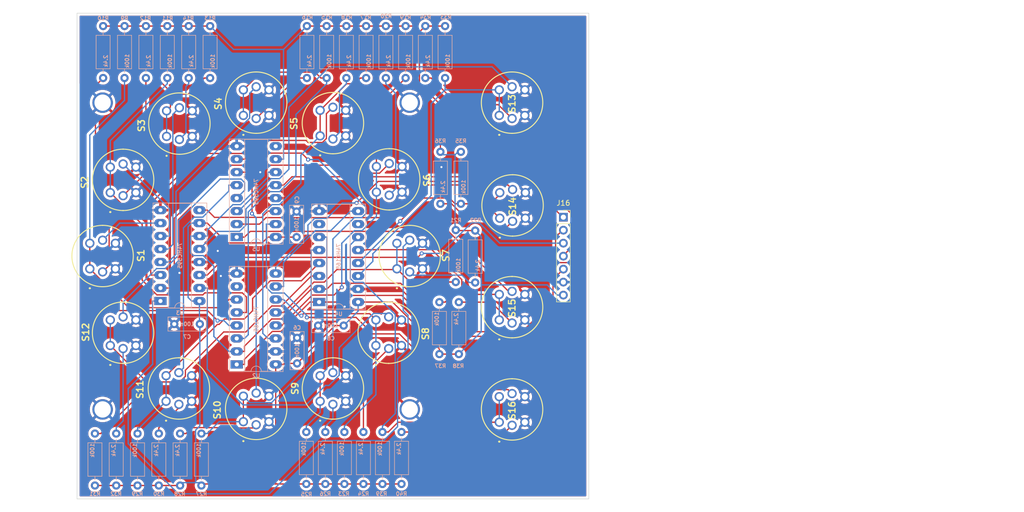
<source format=kicad_pcb>
(kicad_pcb (version 20211014) (generator pcbnew)
  (layers (0 "F.Cu" signal) (31 "B.Cu" signal) (34 "B.Paste" user) (35 "F.Paste" user) (36 "B.SilkS" user "B.Silkscreen") (37 "F.SilkS" user "F.Silkscreen") (38 "B.Mask" user) (39 "F.Mask" user) (44 "Edge.Cuts" user))
  (net 0 "")
  (net 1 "GND")
  (net 2 "Net-(R10-Pad2)")
  (net 3 "Net-(R12-Pad2)")
  (net 4 "Net-(R14-Pad2)")
  (net 5 "Net-(R16-Pad2)")
  (net 6 "Net-(R18-Pad2)")
  (net 7 "+5V_1")
  (net 8 "Net-(R20-Pad2)")
  (net 9 "Net-(R22-Pad2)")
  (net 10 "Net-(R24-Pad2)")
  (net 11 "/SLI_F")
  (net 12 "/SCL_F")
  (net 13 "/SLO_F")
  (net 14 "/SDO_F")
  (net 15 "/SDI_F")
  (net 16 "/SW1")
  (net 17 "/SW2")
  (net 18 "/SW3")
  (net 19 "/SW4")
  (net 20 "/SW5")
  (net 21 "/SW6")
  (net 22 "/SW7")
  (net 23 "/SW8")
  (net 24 "/SW9")
  (net 25 "Net-(R26-Pad2)")
  (net 26 "/SW10")
  (net 27 "Net-(R28-Pad2)")
  (net 28 "/SW11")
  (net 29 "Net-(R30-Pad2)")
  (net 30 "/SW12")
  (net 31 "Net-(R32-Pad2)")
  (net 32 "/SW13")
  (net 33 "Net-(R34-Pad2)")
  (net 34 "/SW14")
  (net 35 "Net-(R36-Pad2)")
  (net 36 "/SW15")
  (net 37 "Net-(R38-Pad2)")
  (net 38 "/SW16")
  (net 39 "Net-(R40-Pad2)")
  (net 40 "/LD1")
  (net 41 "/LD2")
  (net 42 "/LD3")
  (net 43 "/LD4")
  (net 44 "/LD5")
  (net 45 "/LD6")
  (net 46 "/LD7")
  (net 47 "/LD8")
  (net 48 "/LD9")
  (net 49 "/LD10")
  (net 50 "/LD11")
  (net 51 "/LD12")
  (net 52 "/LD13")
  (net 53 "/LD14")
  (net 54 "/LD15")
  (net 55 "/LD16")
  (net 56 "Net-(U2-Pad10)")
  (net 58 "Net-(U3-Pad9)")
  (footprint "Kosmo_panel:Kosmo_Panel_Mounting_Hole" (layer "F.Cu") (at 70 130)
    (fp_text reference "H2" hide)
    (fp_text value "Mounting_Hole" hide)
  )
  (footprint "ao_tht:D6R" (layer "F.Cu") (at 71.5 117.5 90)
    (fp_text reference "S12")
    (fp_text value "D6R" hide)
  )
  (footprint "ao_tht:D6R" (layer "F.Cu") (at 147.5 72.5 90)
    (fp_text reference "S13")
    (fp_text value "D6R" hide)
  )
  (footprint "ao_tht:D6R" (layer "F.Cu") (at 123.4 117.5 90)
    (fp_text reference "S8")
    (fp_text value "D6R" hide)
  )
  (footprint "ao_tht:D6R" (layer "F.Cu") (at 123.5 87.5 90)
    (fp_text reference "S6")
    (fp_text value "D6R" hide)
  )
  (footprint "ao_tht:D6R" (layer "F.Cu") (at 97.5 72.5 90)
    (fp_text reference "S4")
    (fp_text value "D6R" hide)
  )
  (footprint "Connector_PinSocket_2.54mm:PinSocket_1x07_P2.54mm_Vertical" (layer "F.Cu") (at 160.025 92.4)
    (fp_text reference "J16")
    (fp_text value "Conn_01x07_Female")
  )
  (footprint "Kosmo_panel:Kosmo_Panel_Mounting_Hole" (layer "F.Cu") (at 130 70)
    (fp_text reference "H4" hide)
    (fp_text value "Mounting_Hole" hide)
  )
  (footprint "ao_tht:D6R" (layer "F.Cu") (at 71.5 87.6 90)
    (fp_text reference "S2")
    (fp_text value "D6R" hide)
  )
  (footprint "ao_tht:D6R" (layer "F.Cu") (at 82.5 76.6 90)
    (fp_text reference "S3")
    (fp_text value "D6R" hide)
  )
  (footprint "ao_tht:D6R" (layer "F.Cu") (at 127.5 102.5 90)
    (fp_text reference "S7")
    (fp_text value "D6R" hide)
  )
  (footprint "ao_tht:D6R" (layer "F.Cu") (at 97.5 132.4 90)
    (fp_text reference "S10")
    (fp_text value "D6R" hide)
  )
  (footprint "ao_tht:D6R" (layer "F.Cu") (at 147.5 132.5 90)
    (fp_text reference "S16")
    (fp_text value "D6R" hide)
  )
  (footprint "ao_tht:D6R" (layer "F.Cu") (at 67.5 102.5 90)
    (fp_text reference "S1")
    (fp_text value "D6R" hide)
  )
  (footprint "Kosmo_panel:Kosmo_Panel_Mounting_Hole" (layer "F.Cu") (at 130 130)
    (fp_text reference "H3" hide)
    (fp_text value "Mounting_Hole" hide)
  )
  (footprint "Kosmo_panel:Kosmo_Panel_Mounting_Hole" (layer "F.Cu") (at 70 70)
    (fp_text reference "H1" hide)
    (fp_text value "Mounting_Hole" hide)
  )
  (footprint "ao_tht:D6R" (layer "F.Cu") (at 147.6 92.6 90)
    (fp_text reference "S14")
    (fp_text value "D6R" hide)
  )
  (footprint "ao_tht:D6R" (layer "F.Cu") (at 147.5 112.5 90)
    (fp_text reference "S15")
    (fp_text value "D6R" hide)
  )
  (footprint "ao_tht:D6R" (layer "F.Cu") (at 112.5 128.4 90)
    (fp_text reference "S9")
    (fp_text value "D6R" hide)
  )
  (footprint "ao_tht:D6R" (layer "F.Cu") (at 112.5 76.5 90)
    (fp_text reference "S5")
    (fp_text value "D6R" hide)
  )
  (footprint "ao_tht:D6R" (layer "F.Cu") (at 82.4 128.4 90)
    (fp_text reference "S11")
    (fp_text value "D6R" hide)
  )
  (footprint "ao_tht:R_Axial_DIN0207_L6.3mm_D2.5mm_P10.16mm_Horizontal" (layer "B.Cu") (at 113.52 144.58 90)
    (fp_text reference "R26")
    (fp_text value "2.4k" hide)
  )
  (footprint "ao_tht:C_Rect_L7.2mm_W2.5mm_P5.00mm_FKS2_FKP2_MKS2_MKP2" (layer "B.Cu") (at 112.1 113.6)
    (fp_text reference "C8")
    (fp_text value "100n")
  )
  (footprint "ao_tht:R_Axial_DIN0207_L6.3mm_D2.5mm_P10.16mm_Horizontal" (layer "B.Cu") (at 136.9143 55.02 -90)
    (fp_text reference "R33")
    (fp_text value "100k" hide)
  )
  (footprint "ao_tht:R_Axial_DIN0207_L6.3mm_D2.5mm_P10.16mm_Horizontal" (layer "B.Cu") (at 142.8 95.02 -90)
    (fp_text reference "R22")
    (fp_text value "2.4k" hide)
  )
  (footprint "ao_tht:R_Axial_DIN0207_L6.3mm_D2.5mm_P10.16mm_Horizontal" (layer "B.Cu") (at 129.2 55.02 -90)
    (fp_text reference "R19")
    (fp_text value "100k" hide)
  )
  (footprint "ao_tht:R_Axial_DIN0207_L6.3mm_D2.5mm_P10.16mm_Horizontal" (layer "B.Cu") (at 117.6286 55.02 -90)
    (fp_text reference "R18")
    (fp_text value "2.4k" hide)
  )
  (footprint "ao_tht:DIP-16_W7.62mm_Socket_LongPads" (layer "B.Cu") (at 81.3 108.8)
    (fp_text reference "U3")
    (fp_text value "74HC595")
  )
  (footprint "ao_tht:R_Axial_DIN0207_L6.3mm_D2.5mm_P10.16mm_Horizontal" (layer "B.Cu") (at 121.4857 55.02 -90)
    (fp_text reference "R17")
    (fp_text value "100k" hide)
  )
  (footprint "ao_tht:R_Axial_DIN0207_L6.3mm_D2.5mm_P10.16mm_Horizontal" (layer "B.Cu") (at 133.0571 55.02 -90)
    (fp_text reference "R34")
    (fp_text value "2.4k" hide)
  )
  (footprint "ao_tht:R_Axial_DIN0207_L6.3mm_D2.5mm_P10.16mm_Horizontal" (layer "B.Cu") (at 89.3 144.88 90)
    (fp_text reference "R27")
    (fp_text value "100k" hide)
  )
  (footprint "ao_tht:R_Axial_DIN0207_L6.3mm_D2.5mm_P10.16mm_Horizontal" (layer "B.Cu") (at 86.82 55.02 -90)
    (fp_text reference "R14")
    (fp_text value "2.4k" hide)
  )
  (footprint "ao_tht:R_Axial_DIN0207_L6.3mm_D2.5mm_P10.16mm_Horizontal" (layer "B.Cu") (at 124.68 144.58 90)
    (fp_text reference "R39")
    (fp_text value "100k" hide)
  )
  (footprint "ao_tht:R_Axial_DIN0207_L6.3mm_D2.5mm_P10.16mm_Horizontal" (layer "B.Cu") (at 72.66 144.88 90)
    (fp_text reference "R32")
    (fp_text value "2.4k" hide)
  )
  (footprint "ao_tht:R_Axial_DIN0207_L6.3mm_D2.5mm_P10.16mm_Horizontal" (layer "B.Cu") (at 80.98 144.88 90)
    (fp_text reference "R30")
    (fp_text value "2.4k" hide)
  )
  (footprint "ao_tht:R_Axial_DIN0207_L6.3mm_D2.5mm_P10.16mm_Horizontal" (layer "B.Cu") (at 78.46 55.02 -90)
    (fp_text reference "R12")
    (fp_text value "2.4k" hide)
  )
  (footprint "ao_tht:DIP-16_W7.62mm_Socket_LongPads" (layer "B.Cu") (at 96.2 121.2)
    (fp_text reference "U2")
    (fp_text value "74HC165")
  )
  (footprint "ao_tht:R_Axial_DIN0207_L6.3mm_D2.5mm_P10.16mm_Horizontal" (layer "B.Cu") (at 68.5 144.88 90)
    (fp_text reference "R31")
    (fp_text value "100k" hide)
  )
  (footprint "ao_tht:R_Axial_DIN0207_L6.3mm_D2.5mm_P10.16mm_Horizontal" (layer "B.Cu") (at 140 79.62 -90)
    (fp_text reference "R35")
    (fp_text value "100k" hide)
  )
  (footprint "ao_tht:DIP-16_W7.62mm_Socket_LongPads" (layer "B.Cu") (at 96.2 96.3)
    (fp_text reference "U5")
    (fp_text value "74HC595")
  )
  (footprint "ao_tht:R_Axial_DIN0207_L6.3mm_D2.5mm_P10.16mm_Horizontal" (layer "B.Cu") (at 91 55.02 -90)
    (fp_text reference "R13")
    (fp_text value "100k" hide)
  )
  (footprint "ao_tht:R_Axial_DIN0207_L6.3mm_D2.5mm_P10.16mm_Horizontal" (layer "B.Cu") (at 82.64 55.02 -90)
    (fp_text reference "R11")
    (fp_text value "100k" hide)
  )
  (footprint "ao_tht:DIP-16_W7.62mm_Socket_LongPads" (layer "B.Cu") (at 112.3 109)
    (fp_text reference "U4")
    (fp_text value "74HC165")
  )
  (footprint "ao_tht:R_Axial_DIN0207_L6.3mm_D2.5mm_P10.16mm_Horizontal" (layer "B.Cu") (at 139 94.92 -90)
    (fp_text reference "R21")
    (fp_text value "100k" hide)
  )
  (footprint "ao_tht:C_Rect_L7.2mm_W2.5mm_P5.00mm_FKS2_FKP2_MKS2_MKP2" (layer "B.Cu") (at 84 113.3)
    (fp_text reference "C7")
    (fp_text value "100n")
  )
  (footprint "ao_tht:R_Axial_DIN0207_L6.3mm_D2.5mm_P10.16mm_Horizontal" (layer "B.Cu") (at 85.14 144.88 90)
    (fp_text reference "R28")
    (fp_text value "2.4k" hide)
  )
  (footprint "ao_tht:R_Axial_DIN0207_L6.3mm_D2.5mm_P10.16mm_Horizontal" (layer "B.Cu") (at 76.82 144.88 90)
    (fp_text reference "R29")
    (fp_text value "100k" hide)
  )
  (footprint "ao_tht:R_Axial_DIN0207_L6.3mm_D2.5mm_P10.16mm_Horizontal" (layer "B.Cu") (at 70.1 55.02 -90)
    (fp_text reference "R10")
    (fp_text value "2.4k" hide)
  )
  (footprint "ao_tht:R_Axial_DIN0207_L6.3mm_D2.5mm_P10.16mm_Horizontal" (layer "B.Cu") (at 74.28 55.02 -90)
    (fp_text reference "R9")
    (fp_text value "100k" hide)
  )
  (footprint "ao_tht:R_Axial_DIN0207_L6.3mm_D2.5mm_P10.16mm_Horizontal" (layer "B.Cu") (at 125.3429 55.02 -90)
    (fp_text reference "R20")
    (fp_text value "2.4k" hide)
  )
  (footprint "ao_tht:R_Axial_DIN0207_L6.3mm_D2.5mm_P10.16mm_Horizontal" (layer "B.Cu") (at 109.8 144.58 90)
    (fp_text reference "R25")
    (fp_text value "100k" hide)
  )
  (footprint "ao_tht:R_Axial_DIN0207_L6.3mm_D2.5mm_P10.16mm_Horizontal" (layer "B.Cu") (at 117.24 144.58 90)
    (fp_text reference "R23")
    (fp_text value "100k" hide)
  )
  (footprint "ao_tht:R_Axial_DIN0207_L6.3mm_D2.5mm_P10.16mm_Horizontal" (layer "B.Cu") (at 139.6 119.18 90)
    (fp_text reference "R38")
    (fp_text value "2.4k" hide)
  )
  (footprint "ao_tht:C_Rect_L7.2mm_W2.5mm_P5.00mm_FKS2_FKP2_MKS2_MKP2" (layer "B.Cu") (at 107.9 91.3 -90)
    (fp_text reference "C9")
    (fp_text value "100n")
  )
  (footprint "ao_tht:R_Axial_DIN0207_L6.3mm_D2.5mm_P10.16mm_Horizontal" (layer "B.Cu") (at 128.4 144.58 90)
    (fp_text reference "R40")
    (fp_text value "2.4k" hide)
  )
  (footprint "ao_tht:R_Axial_DIN0207_L6.3mm_D2.5mm_P10.16mm_Horizontal" (layer "B.Cu") (at 113.7714 55.02 -90)
    (fp_text reference "R15")
    (fp_text value "100k" hide)
  )
  (footprint "ao_tht:C_Rect_L7.2mm_W2.5mm_P5.00mm_FKS2_FKP2_MKS2_MKP2" (layer "B.Cu") (at 108 116 -90)
    (fp_text reference "C6")
    (fp_text value "100n")
  )
  (footprint "ao_tht:R_Axial_DIN0207_L6.3mm_D2.5mm_P10.16mm_Horizontal" (layer "B.Cu") (at 109.9143 55.02 -90)
    (fp_text reference "R16")
    (fp_text value "2.4k" hide)
  )
  (footprint "ao_tht:R_Axial_DIN0207_L6.3mm_D2.5mm_P10.16mm_Horizontal" (layer "B.Cu") (at 135.8 119.18 90)
    (fp_text reference "R37")
    (fp_text value "100k" hide)
  )
  (footprint "ao_tht:R_Axial_DIN0207_L6.3mm_D2.5mm_P10.16mm_Horizontal" (layer "B.Cu") (at 136 79.62 -90)
    (fp_text reference "R36")
    (fp_text value "2.4k" hide)
  )
  (footprint "ao_tht:R_Axial_DIN0207_L6.3mm_D2.5mm_P10.16mm_Horizontal" (layer "B.Cu") (at 120.96 144.58 90)
    (fp_text reference "R24")
    (fp_text value "2.4k" hide)
  )
  (gr_rect (start 65 52.5) (end 165 147.5) (layer "Edge.Cuts") (width 0.1) (fill none))
  (via (at 85 103.3) (size 0.8) (drill 0.4) (layers "F.Cu" "B.Cu") (net 1))
  (via (at 92.5 99) (size 0.8) (drill 0.4) (layers "F.Cu" "B.Cu") (net 1))
  (via (at 136.2 82.6) (size 0.8) (drill 0.4) (layers "F.Cu" "B.Cu") (net 1))
  (via (at 100.8 83.6) (size 0.8) (drill 0.4) (layers "F.Cu" "B.Cu") (net 1))
  (via (at 93.1 103.9) (size 0.8) (drill 0.4) (layers "F.Cu" "B.Cu") (net 1))
  (via (at 117.3 109.9) (size 0.8) (drill 0.4) (layers "F.Cu" "B.Cu") (net 1))
  (segment (start 70.1 65.2) (end 66.9 68.4) (width 0.25) (layer "F.Cu") (net 2))
  (segment (start 66.9 71.7) (end 68.6 73.4) (width 0.25) (layer "F.Cu") (net 2))
  (segment (start 70.1 65.18) (end 70.1 65.2) (width 0.25) (layer "F.Cu") (net 2))
  (segment (start 66.9 68.4) (end 66.9 71.7) (width 0.25) (layer "F.Cu") (net 2))
  (segment (start 71.2746 94.6539) (end 71.2746 101.8254) (width 0.25) (layer "F.Cu") (net 2))
  (segment (start 68.6 73.4) (end 68.6 91.9793) (width 0.25) (layer "F.Cu") (net 2))
  (segment (start 71.2746 101.8254) (end 70 103.1) (width 0.25) (layer "F.Cu") (net 2))
  (segment (start 68.6 91.9793) (end 71.2746 94.6539) (width 0.25) (layer "F.Cu") (net 2))
  (segment (start 78.46 83.74) (end 74 88.2) (width 0.25) (layer "F.Cu") (net 3))
  (segment (start 78.46 65.18) (end 78.46 83.74) (width 0.25) (layer "F.Cu") (net 3))
  (segment (start 86.2746 75.9254) (end 85 77.2) (width 0.25) (layer "B.Cu") (net 4))
  (segment (start 86.2746 66.8507) (end 86.2746 75.9254) (width 0.25) (layer "B.Cu") (net 4))
  (segment (start 86.82 66.3053) (end 86.2746 66.8507) (width 0.25) (layer "B.Cu") (net 4))
  (segment (start 86.82 65.18) (end 86.82 66.3053) (width 0.25) (layer "B.Cu") (net 4))
  (segment (start 107.92 65.18) (end 100 73.1) (width 0.25) (layer "F.Cu") (net 5))
  (segment (start 109.9143 65.18) (end 107.92 65.18) (width 0.25) (layer "F.Cu") (net 5))
  (segment (start 116.2746 67.6593) (end 116.2746 75.8254) (width 0.25) (layer "B.Cu") (net 6))
  (segment (start 116.2746 75.8254) (end 115 77.1) (width 0.25) (layer "B.Cu") (net 6))
  (segment (start 117.6286 66.3053) (end 116.2746 67.6593) (width 0.25) (layer "B.Cu") (net 6))
  (segment (start 117.6286 65.18) (end 117.6286 66.3053) (width 0.25) (layer "B.Cu") (net 6))
  (segment (start 103.82 96.3) (end 107.9 96.3) (width 0.25) (layer "F.Cu") (net 7))
  (segment (start 103.82 144.58) (end 103.82 121.2) (width 0.25) (layer "F.Cu") (net 7))
  (segment (start 117.6286 55.02) (end 121.4857 55.02) (width 0.25) (layer "F.Cu") (net 7))
  (segment (start 90.4453 93.56) (end 94.3106 97.4253) (width 0.25) (layer "F.Cu") (net 7))
  (segment (start 139.1 95.02) (end 139 94.92) (width 0.25) (layer "F.Cu") (net 7))
  (segment (start 80.98 144.88) (end 76.82 144.88) (width 0.25) (layer "F.Cu") (net 7))
  (segment (start 126.6462 109) (end 119.92 109) (width 0.25) (layer "F.Cu") (net 7))
  (segment (start 136 79.62) (end 136 70.3884) (width 0.25) (layer "F.Cu") (net 7))
  (segment (start 130.7671 55.02) (end 131.9121 56.165) (width 0.25) (layer "F.Cu") (net 7))
  (segment (start 94.3106 97.4253) (end 101.1694 97.4253) (width 0.25) (layer "F.Cu") (net 7))
  (segment (start 109.9143 55.02) (end 113.7714 55.02) (width 0.25) (layer "F.Cu") (net 7))
  (segment (start 70.1 55.02) (end 74.28 55.02) (width 0.25) (layer "F.Cu") (net 7))
  (segment (start 82.64 55.02) (end 86.82 55.02) (width 0.25) (layer "F.Cu") (net 7))
  (segment (start 129.2 55.02) (end 130.7671 55.02) (width 0.25) (layer "F.Cu") (net 7))
  (segment (start 117.24 144.58) (end 113.52 144.58) (width 0.25) (layer "F.Cu") (net 7))
  (segment (start 103.82 121.2) (end 105.3453 121.2) (width 0.25) (layer "F.Cu") (net 7))
  (segment (start 109.8 144.58) (end 103.82 144.58) (width 0.25) (layer "F.Cu") (net 7))
  (segment (start 108 121) (end 105.5453 121) (width 0.25) (layer "F.Cu") (net 7))
  (segment (start 105.5453 121) (end 105.3453 121.2) (width 0.25) (layer "F.Cu") (net 7))
  (segment (start 135.8 119.18) (end 135.8 118.1538) (width 0.25) (layer "F.Cu") (net 7))
  (segment (start 78.46 55.02) (end 82.64 55.02) (width 0.25) (layer "F.Cu") (net 7))
  (segment (start 128.4 144.58) (end 124.68 144.58) (width 0.25) (layer "F.Cu") (net 7))
  (segment (start 88.92 93.56) (end 90.4453 93.56) (width 0.25) (layer "F.Cu") (net 7))
  (segment (start 125.3429 55.02) (end 129.2 55.02) (width 0.25) (layer "F.Cu") (net 7))
  (segment (start 76.82 144.88) (end 72.66 144.88) (width 0.25) (layer "F.Cu") (net 7))
  (segment (start 89.6 144.58) (end 89.3 144.88) (width 0.25) (layer "F.Cu") (net 7))
  (segment (start 135.8 119.18) (end 139.6 119.18) (width 0.25) (layer "F.Cu") (net 7))
  (segment (start 80.98 144.88) (end 85.14 144.88) (width 0.25) (layer "F.Cu") (net 7))
  (segment (start 136 70.3884) (end 131.9121 66.3005) (width 0.25) (layer "F.Cu") (net 7))
  (segment (start 86.82 55.02) (end 91 55.02) (width 0.25) (layer "F.Cu") (net 7))
  (segment (start 113.7714 55.02) (end 117.6286 55.02) (width 0.25) (layer "F.Cu") (net 7))
  (segment (start 101.1694 97.4253) (end 102.2947 96.3) (width 0.25) (layer "F.Cu") (net 7))
  (segment (start 131.9121 66.3005) (end 131.9121 56.165) (width 0.25) (layer "F.Cu") (net 7))
  (segment (start 117.1 113.6) (end 115.4 113.6) (width 0.25) (layer "F.Cu") (net 7))
  (segment (start 120.96 144.58) (end 117.24 144.58) (width 0.25) (layer "F.Cu") (net 7))
  (segment (start 121.4857 55.02) (end 125.3429 55.02) (width 0.25) (layer "F.Cu") (net 7))
  (segment (start 131.9121 56.165) (end 133.0571 55.02) (width 0.25) (layer "F.Cu") (net 7))
  (segment (start 103.82 144.58) (end 89.6 144.58) (width 0.25) (layer "F.Cu") (net 7))
  (segment (start 113.52 144.58) (end 109.8 144.58) (width 0.25) (layer "F.Cu") (net 7))
  (segment (start 68.5 144.88) (end 72.66 144.88) (width 0.25) (layer "F.Cu") (net 7))
  (segment (start 120.96 144.58) (end 124.68 144.58) (width 0.25) (layer "F.Cu") (net 7))
  (segment (start 135.8 118.1538) (end 126.6462 109) (width 0.25) (layer "F.Cu") (net 7))
  (segment (start 136.9143 55.02) (end 133.0571 55.02) (width 0.25) (layer "F.Cu") (net 7))
  (segment (start 103.82 96.3) (end 102.2947 96.3) (width 0.25) (layer "F.Cu") (net 7))
  (segment (start 115.4 113.6) (end 108 121) (width 0.25) (layer "F.Cu") (net 7))
  (segment (start 142.8 95.02) (end 139.1 95.02) (width 0.25) (layer "F.Cu") (net 7))
  (segment (start 74.28 55.02) (end 78.46 55.02) (width 0.25) (layer "F.Cu") (net 7))
  (segment (start 143.9664 96.1864) (end 142.8 95.02) (width 0.25) (layer "B.Cu") (net 7))
  (segment (start 88.1736 144.3168) (end 85.7032 144.3168) (width 0.25) (layer "B.Cu") (net 7))
  (segment (start 119.92 110.78) (end 117.1 113.6) (width 0.25) (layer "B.Cu") (net 7))
  (segment (start 143.9664 114.8136) (end 143.9664 105.6451) (width 0.25) (layer "B.Cu") (net 7))
  (segment (start 89 113.3) (end 88.92 113.22) (width 0.25) (layer "B.Cu") (net 7))
  (segment (start 86.7 94.2547) (end 87.3947 93.56) (width 0.25) (layer "B.Cu") (net 7))
  (segment (start 88.7368 144.3168) (end 88.1736 144.3168) (width 0.25) (layer "B.Cu") (net 7))
  (segment (start 105.3453 81.06) (end 105.3453 59.589) (width 0.25) (layer "B.Cu") (net 7))
  (segment (start 88.92 108.8) (end 87.3947 108.8) (width 0.25) (layer "B.Cu") (net 7))
  (segment (start 160.025 107.64) (end 158.8497 107.64) (width 0.25) (layer "B.Cu") (net 7))
  (segment (start 136.57 80.19) (end 136 79.62) (width 0.25) (layer "B.Cu") (net 7))
  (segment (start 88.1736 144.3168) (end 88.1736 134.0464) (width 0.25) (layer "B.Cu") (net 7))
  (segment (start 139.6 119.18) (end 143.9664 114.8136) (width 0.25) (layer "B.Cu") (net 7))
  (segment (start 86.7 108.1053) (end 86.7 94.2547) (width 0.25) (layer "B.Cu") (net 7))
  (segment (start 156.8548 105.6451) (end 158.8497 107.64) (width 0.25) (layer "B.Cu") (net 7))
  (segment (start 105.3453 59.589) (end 95.569 59.589) (width 0.25) (layer "B.Cu") (net 7))
  (segment (start 88.92 113.22) (end 88.92 108.8) (width 0.25) (layer "B.Cu") (net 7))
  (segment (start 105.3453 59.589) (end 109.9143 55.02) (width 0.25) (layer "B.Cu") (net 7))
  (segment (start 139.4301 79.62) (end 140 79.62) (width 0.25) (layer "B.Cu") (net 7))
  (segment (start 139 94.92) (end 138.8601 94.7801) (width 0.25) (layer "B.Cu") (net 7))
  (segment (start 87.3947 108.8) (end 86.7 108.1053) (width 0.25) (layer "B.Cu") (net 7))
  (segment (start 89.3 144.88) (end 88.7368 144.3168) (width 0.25) (layer "B.Cu") (net 7))
  (segment (start 138.8601 80.19) (end 136.57 80.19) (width 0.25) (layer "B.Cu") (net 7))
  (segment (start 103.82 81.06) (end 105.3453 81.06) (width 0.25) (layer "B.Cu") (net 7))
  (segment (start 119.92 109) (end 119.92 110.78) (width 0.25) (layer "B.Cu") (net 7))
  (segment (start 87.3947 93.56) (end 88.92 93.56) (width 0.25) (layer "B.Cu") (net 7))
  (segment (start 85.7032 144.3168) (end 85.14 144.88) (width 0.25) (layer "B.Cu") (net 7))
  (segment (start 143.9664 105.6451) (end 156.8548 105.6451) (width 0.25) (layer "B.Cu") (net 7))
  (segment (start 88.1736 134.0464) (end 89 133.22) (width 0.25) (layer "B.Cu") (net 7))
  (segment (start 95.569 59.589) (end 91 55.02) (width 0.25) (layer "B.Cu") (net 7))
  (segment (start 138.8601 94.7801) (end 138.8601 80.19) (width 0.25) (layer "B.Cu") (net 7))
  (segment (start 143.9664 105.6451) (end 143.9664 96.1864) (width 0.25) (layer "B.Cu") (net 7))
  (segment (start 89 133.22) (end 89 113.3) (width 0.25) (layer "B.Cu") (net 7))
  (segment (start 138.8601 80.19) (end 139.4301 79.62) (width 0.25) (layer "B.Cu") (net 7))
  (segment (start 125.3429 65.18) (end 125.3429 66.3053) (width 0.25) (layer "B.Cu") (net 8))
  (segment (start 127.2746 68.237) (end 127.2746 86.8254) (width 0.25) (layer "B.Cu") (net 8))
  (segment (start 127.2746 86.8254) (end 126 88.1) (width 0.25) (layer "B.Cu") (net 8))
  (segment (start 125.3429 66.3053) (end 127.2746 68.237) (width 0.25) (layer "B.Cu") (net 8))
  (segment (start 140.23 103.7353) (end 130.6353 103.7353) (width 0.25) (layer "B.Cu") (net 9))
  (segment (start 130.6353 103.7353) (end 130 103.1) (width 0.25) (layer "B.Cu") (net 9))
  (segment (start 141.6747 105.18) (end 140.23 103.7353) (width 0.25) (layer "B.Cu") (net 9))
  (segment (start 142.8 105.18) (end 141.6747 105.18) (width 0.25) (layer "B.Cu") (net 9))
  (segment (start 120.96 123.04) (end 125.9 118.1) (width 0.25) (layer "F.Cu") (net 10))
  (segment (start 120.96 134.42) (end 120.96 123.04) (width 0.25) (layer "F.Cu") (net 10))
  (segment (start 108.528397 110.939489) (end 107.2467 112.221186) (width 0.25) (layer "F.Cu") (net 11))
  (segment (start 115.9817 109) (end 117.2817 107.7) (width 0.25) (layer "F.Cu") (net 11))
  (segment (start 97.7253 121.2) (end 96.2 121.2) (width 0.25) (layer "F.Cu") (net 11))
  (segment (start 104.8817 114.739) (end 103.1691 114.739) (width 0.25) (layer "F.Cu") (net 11))
  (segment (start 103.1691 114.739) (end 97.7253 120.1828) (width 0.25) (layer "F.Cu") (net 11))
  (segment (start 112.3 109) (end 115.9817 109) (width 0.25) (layer "F.Cu") (net 11))
  (segment (start 128.447 107.7) (end 136.447 115.7) (width 0.25) (layer "F.Cu") (net 11))
  (segment (start 107.2467 112.221186) (end 107.2467 112.374) (width 0.25) (layer "F.Cu") (net 11))
  (segment (start 158.5 96.3) (end 159.86 94.94) (width 0.25) (layer "F.Cu") (net 11))
  (segment (start 108.560511 110.939489) (end 108.528397 110.939489) (width 0.25) (layer "F.Cu") (net 11))
  (segment (start 161.8 108.7) (end 161.8 102) (width 0.25) (layer "F.Cu") (net 11))
  (segment (start 161.09 101.29) (end 159.19 101.29) (width 0.25) (layer "F.Cu") (net 11))
  (segment (start 159.19 101.29) (end 158.5 100.6) (width 0.25) (layer "F.Cu") (net 11))
  (segment (start 161.8 102) (end 161.09 101.29) (width 0.25) (layer "F.Cu") (net 11))
  (segment (start 117.2817 107.7) (end 128.447 107.7) (width 0.25) (layer "F.Cu") (net 11))
  (segment (start 158.5 100.6) (end 158.5 96.3) (width 0.25) (layer "F.Cu") (net 11))
  (segment (start 112.3 109) (end 110.5 109) (width 0.25) (layer "F.Cu") (net 11))
  (segment (start 136.447 115.7) (end 154.8 115.7) (width 0.25) (layer "F.Cu") (net 11))
  (segment (start 159.86 94.94) (end 160.025 94.94) (width 0.25) (layer "F.Cu") (net 11))
  (segment (start 107.2467 112.374) (end 104.8817 114.739) (width 0.25) (layer "F.Cu") (net 11))
  (segment (start 154.8 115.7) (end 161.8 108.7) (width 0.25) (layer "F.Cu") (net 11))
  (segment (start 110.5 109) (end 108.560511 110.939489) (width 0.25) (layer "F.Cu") (net 11))
  (segment (start 97.7253 120.1828) (end 97.7253 121.2) (width 0.25) (layer "F.Cu") (net 11))
  (segment (start 103.0267 112.31) (end 97.7253 117.6114) (width 0.25) (layer "F.Cu") (net 12))
  (segment (start 96.2 118.66) (end 97.7253 118.66) (width 0.25) (layer "F.Cu") (net 12))
  (segment (start 114.9585 105.3268) (end 128.2339 105.3268) (width 0.25) (layer "F.Cu") (net 12))
  (segment (start 97.7253 117.6114) (end 97.7253 118.66) (width 0.25) (layer "F.Cu") (net 12))
  (segment (start 158 108.7857) (end 158 104.585) (width 0.25) (layer "F.Cu") (net 12))
  (segment (start 151.9857 114.8) (end 158 108.7857) (width 0.25) (layer "F.Cu") (net 12))
  (segment (start 111.5374 106.46) (end 112.3 106.46) (width 0.25) (layer "F.Cu") (net 12))
  (segment (start 111.5374 106.46) (end 110.7747 106.46) (width 0.25) (layer "F.Cu") (net 12))
  (segment (start 158 104.585) (end 160.025 102.56) (width 0.25) (layer "F.Cu") (net 12))
  (segment (start 110.7747 106.46) (end 104.9247 112.31) (width 0.25) (layer "F.Cu") (net 12))
  (segment (start 128.2339 105.3268) (end 137.7071 114.8) (width 0.25) (layer "F.Cu") (net 12))
  (segment (start 113.8253 106.46) (end 114.9585 105.3268) (width 0.25) (layer "F.Cu") (net 12))
  (segment (start 104.9247 112.31) (end 103.0267 112.31) (width 0.25) (layer "F.Cu") (net 12))
  (segment (start 112.3 106.46) (end 113.8253 106.46) (width 0.25) (layer "F.Cu") (net 12))
  (segment (start 137.7071 114.8) (end 151.9857 114.8) (width 0.25) (layer "F.Cu") (net 12))
  (segment (start 94.6747 118.66) (end 91.7373 115.7226) (width 0.25) (layer "B.Cu") (net 12))
  (segment (start 87.2 96.1) (end 88.92 96.1) (width 0.25) (layer "B.Cu") (net 12))
  (segment (start 87.2 99.4) (end 87.2 96.1) (width 0.25) (layer "B.Cu") (net 12))
  (segment (start 89.6489 99.91) (end 87.71 99.91) (width 0.25) (layer "B.Cu") (net 12))
  (segment (start 91.7373 115.7226) (end 91.7373 101.9984) (width 0.25) (layer "B.Cu") (net 12))
  (segment (start 103.82 83.6) (end 102.2947 83.6) (width 0.25) (layer "B.Cu") (net 12))
  (segment (start 91.7373 101.9984) (end 89.6489 99.91) (width 0.25) (layer "B.Cu") (net 12))
  (segment (start 88.92 96.1) (end 90.4453 96.1) (width 0.25) (layer "B.Cu") (net 12))
  (segment (start 96.9371 89.95) (end 95.4513 89.95) (width 0.25) (layer "B.Cu") (net 12))
  (segment (start 90.4453 94.956) (end 90.4453 96.1) (width 0.25) (layer "B.Cu") (net 12))
  (segment (start 102.2947 83.6) (end 102.2947 84.5924) (width 0.25) (layer "B.Cu") (net 12))
  (segment (start 96.2 118.66) (end 94.6747 118.66) (width 0.25) (layer "B.Cu") (net 12))
  (segment (start 95.4513 89.95) (end 90.4453 94.956) (width 0.25) (layer "B.Cu") (net 12))
  (segment (start 87.71 99.91) (end 87.2 99.4) (width 0.25) (layer "B.Cu") (net 12))
  (segment (start 102.2947 84.5924) (end 96.9371 89.95) (width 0.25) (layer "B.Cu") (net 12))
  (segment (start 106.9853 84.5) (end 154.3477 84.5) (width 0.25) (layer "F.Cu") (net 13))
  (segment (start 103.82 86.14) (end 105.3453 86.14) (width 0.25) (layer "F.Cu") (net 13))
  (segment (start 161.8 98.1) (end 160.025 99.875) (width 0.25) (layer "F.Cu") (net 13))
  (segment (start 154.3477 84.5) (end 161.8 91.9523) (width 0.25) (layer "F.Cu") (net 13))
  (segment (start 161.8 91.9523) (end 161.8 98.1) (width 0.25) (layer "F.Cu") (net 13))
  (segment (start 105.3453 86.14) (end 106.9853 84.5) (width 0.25) (layer "F.Cu") (net 13))
  (segment (start 160.025 99.875) (end 160.025 100.02) (width 0.25) (layer "F.Cu") (net 13))
  (segment (start 98.00938 93.940931) (end 96.774822 95.175489) (width 0.25) (layer "B.Cu") (net 13))
  (segment (start 98.00938 92.30938) (end 98.00938 93.940931) (width 0.25) (layer "B.Cu") (net 13))
  (segment (start 92.384511 95.175489) (end 88.92 98.64) (width 0.25) (layer "B.Cu") (net 13))
  (segment (start 98.0086 90.7914) (end 98.0086 92.3086) (width 0.25) (layer "B.Cu") (net 13))
  (segment (start 103.82 86.14) (end 102.66 86.14) (width 0.25) (layer "B.Cu") (net 13))
  (segment (start 102.66 86.14) (end 98.0086 90.7914) (width 0.25) (layer "B.Cu") (net 13))
  (segment (start 96.774822 95.175489) (end 92.384511 95.175489) (width 0.25) (layer "B.Cu") (net 13))
  (segment (start 98.0086 92.3086) (end 98.00938 92.30938) (width 0.25) (layer "B.Cu") (net 13))
  (segment (start 88.92 103.72) (end 90.4453 103.72) (width 0.25) (layer "F.Cu") (net 14))
  (segment (start 90.4453 103.72) (end 93.9107 100.2546) (width 0.25) (layer "F.Cu") (net 14))
  (segment (start 93.9107 100.2546) (end 131.571 100.2546) (width 0.25) (layer "F.Cu") (net 14))
  (segment (start 131.571 100.2546) (end 132.3433 99.4823) (width 0.25) (layer "F.Cu") (net 14))
  (via (at 132.3433 99.4823) (size 0.8) (drill 0.4) (layers "F.Cu" "B.Cu") (net 14))
  (segment (start 147.58 97.48) (end 160.025 97.48) (width 0.25) (layer "B.Cu") (net 14))
  (segment (start 142.073 93.5) (end 143.6 93.5) (width 0.25) (layer "B.Cu") (net 14))
  (segment (start 143.6 93.5) (end 147.58 97.48) (width 0.25) (layer "B.Cu") (net 14))
  (segment (start 136.0907 99.4823) (end 142.073 93.5) (width 0.25) (layer "B.Cu") (net 14))
  (segment (start 132.3433 99.4823) (end 136.0907 99.4823) (width 0.25) (layer "B.Cu") (net 14))
  (segment (start 123.8416 85.4) (end 152.9 85.4) (width 0.25) (layer "F.Cu") (net 15))
  (segment (start 119.6186 89.623) (end 123.8416 85.4) (width 0.25) (layer "F.Cu") (net 15))
  (segment (start 152.9 85.4) (end 159.9 92.4) (width 0.25) (layer "F.Cu") (net 15))
  (segment (start 159.9 92.4) (end 160.025 92.4) (width 0.25) (layer "F.Cu") (net 15))
  (via (at 119.6186 89.623) (size 0.8) (drill 0.4) (layers "F.Cu" "B.Cu") (net 15))
  (segment (start 113.8254 92.6346) (end 116.837 89.623) (width 0.25) (layer "B.Cu") (net 15))
  (segment (start 116.837 89.623) (end 119.6186 89.623) (width 0.25) (layer "B.Cu") (net 15))
  (segment (start 110.1164 93.9411) (end 111.4229 92.6346) (width 0.25) (layer "B.Cu") (net 15))
  (segment (start 103.82 103.42) (end 103.82 102.1472) (width 0.25) (layer "B.Cu") (net 15))
  (segment (start 111.4229 92.6346) (end 113.8254 92.6346) (width 0.25) (layer "B.Cu") (net 15))
  (segment (start 103.82 102.1472) (end 110.1164 95.8508) (width 0.25) (layer "B.Cu") (net 15))
  (segment (start 110.1164 95.8508) (end 110.1164 93.9411) (width 0.25) (layer "B.Cu") (net 15))
  (segment (start 94.6747 108.5) (end 96.2 108.5) (width 0.25) (layer "F.Cu") (net 16))
  (segment (start 75.1 110.1) (end 93.0747 110.1) (width 0.25) (layer "F.Cu") (net 16))
  (segment (start 67.5 102.5) (end 75.1 110.1) (width 0.25) (layer "F.Cu") (net 16))
  (segment (start 93.0747 110.1) (end 94.6747 108.5) (width 0.25) (layer "F.Cu") (net 16))
  (segment (start 67.5 97.5) (end 67.5 102.5) (width 0.25) (layer "F.Cu") (net 16))
  (segment (start 74.28 69.5578) (end 67.5 76.3378) (width 0.25) (layer "B.Cu") (net 16))
  (segment (start 67.5 76.3378) (end 67.5 97.5) (width 0.25) (layer "B.Cu") (net 16))
  (segment (start 74.28 65.18) (end 74.28 69.5578) (width 0.25) (layer "B.Cu") (net 16))
  (segment (start 97.3 107.2) (end 98.1 108) (width 0.25) (layer "F.Cu") (net 17))
  (segment (start 89.570311 107.6) (end 89.970311 107.2) (width 0.25) (layer "F.Cu") (net 17))
  (segment (start 77.7239 93.8239) (end 77.7239 104.7174) (width 0.25) (layer "F.Cu") (net 17))
  (segment (start 98.1 108) (end 98.1 111.04) (width 0.25) (layer "F.Cu") (net 17))
  (segment (start 77.7239 104.7174) (end 80.6065 107.6) (width 0.25) (layer "F.Cu") (net 17))
  (segment (start 89.970311 107.2) (end 97.3 107.2) (width 0.25) (layer "F.Cu") (net 17))
  (segment (start 98.1 111.04) (end 96.2 111.04) (width 0.25) (layer "F.Cu") (net 17))
  (segment (start 80.6065 107.6) (end 89.570311 107.6) (width 0.25) (layer "F.Cu") (net 17))
  (segment (start 71.5 87.6) (end 77.7239 93.8239) (width 0.25) (layer "F.Cu") (net 17))
  (segment (start 71.5 77.4453) (end 71.5 82.6) (width 0.25) (layer "B.Cu") (net 17))
  (segment (start 82.64 65.18) (end 82.64 66.3053) (width 0.25) (layer "B.Cu") (net 17))
  (segment (start 82.64 66.3053) (end 71.5 77.4453) (width 0.25) (layer "B.Cu") (net 17))
  (segment (start 71.5 82.6) (end 71.5 87.6) (width 0.25) (layer "B.Cu") (net 17))
  (segment (start 72.9691 110.6691) (end 90.504 110.6691) (width 0.25) (layer "F.Cu") (net 18))
  (segment (start 69.7 63.2) (end 66 66.9) (width 0.25) (layer "F.Cu") (net 18))
  (segment (start 66 103.7) (end 72.9691 110.6691) (width 0.25) (layer "F.Cu") (net 18))
  (segment (start 83.25 67.85) (end 78.6 63.2) (width 0.25) (layer "F.Cu") (net 18))
  (segment (start 83.25 70.85) (end 83.25 68.3264) (width 0.25) (layer "F.Cu") (net 18))
  (segment (start 82.5 71.6) (end 83.25 70.85) (width 0.25) (layer "F.Cu") (net 18))
  (segment (start 83.25 68.3264) (end 83.25 67.85) (width 0.25) (layer "F.Cu") (net 18))
  (segment (start 90.504 110.6691) (end 92.4626 112.6277) (width 0.25) (layer "F.Cu") (net 18))
  (segment (start 86.7283 68.3264) (end 83.25 68.3264) (width 0.25) (layer "F.Cu") (net 18))
  (segment (start 78.6 63.2) (end 69.7 63.2) (width 0.25) (layer "F.Cu") (net 18))
  (segment (start 91 65.18) (end 89.8747 65.18) (width 0.25) (layer "F.Cu") (net 18))
  (segment (start 89.8747 65.18) (end 86.7283 68.3264) (width 0.25) (layer "F.Cu") (net 18))
  (segment (start 66 66.9) (end 66 103.7) (width 0.25) (layer "F.Cu") (net 18))
  (via (at 92.4626 112.6277) (size 0.8) (drill 0.4) (layers "F.Cu" "B.Cu") (net 18))
  (segment (start 96.2 113.58) (end 94.6747 113.58) (width 0.25) (layer "B.Cu") (net 18))
  (segment (start 93.7224 112.6277) (end 94.6747 113.58) (width 0.25) (layer "B.Cu") (net 18))
  (segment (start 82.5 71.6) (end 82.5 76.6) (width 0.25) (layer "B.Cu") (net 18))
  (segment (start 92.4626 112.6277) (end 93.7224 112.6277) (width 0.25) (layer "B.Cu") (net 18))
  (segment (start 100.9609 64.0391) (end 97.5 67.5) (width 0.25) (layer "F.Cu") (net 19))
  (segment (start 112.6461 65.18) (end 111.5052 64.0391) (width 0.25) (layer "F.Cu") (net 19))
  (segment (start 113.7714 65.18) (end 112.6461 65.18) (width 0.25) (layer "F.Cu") (net 19))
  (segment (start 111.5052 64.0391) (end 100.9609 64.0391) (width 0.25) (layer "F.Cu") (net 19))
  (segment (start 96.2 116.12) (end 97.7253 116.12) (width 0.25) (layer "B.Cu") (net 19))
  (segment (start 97.5 67.5) (end 97.5 72.5) (width 0.25) (layer "B.Cu") (net 19))
  (segment (start 102.4381 87.41) (end 98.4589 91.3892) (width 0.25) (layer "B.Cu") (net 19))
  (segment (start 113.7714 66.3053) (end 107.7731 72.3036) (width 0.25) (layer "B.Cu") (net 19))
  (segment (start 98.4589 115.3864) (end 97.7253 116.12) (width 0.25) (layer "B.Cu") (net 19))
  (segment (start 104.5927 87.41) (end 102.4381 87.41) (width 0.25) (layer "B.Cu") (net 19))
  (segment (start 113.7714 65.18) (end 113.7714 66.3053) (width 0.25) (layer "B.Cu") (net 19))
  (segment (start 107.7731 72.3036) (end 107.7731 84.2296) (width 0.25) (layer "B.Cu") (net 19))
  (segment (start 107.7731 84.2296) (end 104.5927 87.41) (width 0.25) (layer "B.Cu") (net 19))
  (segment (start 98.4589 91.3892) (end 98.4589 115.3864) (width 0.25) (layer "B.Cu") (net 19))
  (segment (start 120.3604 65.18) (end 119.2351 66.3053) (width 0.25) (layer "F.Cu") (net 20))
  (segment (start 117.6947 66.3053) (end 112.5 71.5) (width 0.25) (layer "F.Cu") (net 20))
  (segment (start 121.4857 65.18) (end 120.3604 65.18) (width 0.25) (layer "F.Cu") (net 20))
  (segment (start 119.2351 66.3053) (end 117.6947 66.3053) (width 0.25) (layer "F.Cu") (net 20))
  (segment (start 112.5 71.5) (end 112.5 76.5) (width 0.25) (layer "F.Cu") (net 20))
  (segment (start 108.7443 85.7562) (end 108.7443 80.2557) (width 0.25) (layer "B.Cu") (net 20))
  (segment (start 102.2947 116.12) (end 101.3 115.1253) (width 0.25) (layer "B.Cu") (net 20))
  (segment (start 104.5505 89.95) (end 108.7443 85.7562) (width 0.25) (layer "B.Cu") (net 20))
  (segment (start 101.3 115.1253) (end 101.3 91.7444) (width 0.25) (layer "B.Cu") (net 20))
  (segment (start 108.7443 80.2557) (end 112.5 76.5) (width 0.25) (layer "B.Cu") (net 20))
  (segment (start 103.82 116.12) (end 102.2947 116.12) (width 0.25) (layer "B.Cu") (net 20))
  (segment (start 103.0944 89.95) (end 104.5505 89.95) (width 0.25) (layer "B.Cu") (net 20))
  (segment (start 101.3 91.7444) (end 103.0944 89.95) (width 0.25) (layer "B.Cu") (net 20))
  (segment (start 123.5 82.5) (end 123.5 70.88) (width 0.25) (layer "F.Cu") (net 21))
  (segment (start 115.2169 107.6319) (end 110.9681 107.6319) (width 0.25) (layer "F.Cu") (net 21))
  (segment (start 110.9681 107.6319) (end 105.02 113.58) (width 0.25) (layer "F.Cu") (net 21))
  (segment (start 123.5 70.88) (end 129.2 65.18) (width 0.25) (layer "F.Cu") (net 21))
  (segment (start 116.7298 106.119) (end 115.2169 107.6319) (width 0.25) (layer "F.Cu") (net 21))
  (segment (start 105.02 113.58) (end 103.82 113.58) (width 0.25) (layer "F.Cu") (net 21))
  (via (at 116.7298 106.119) (size 0.8) (drill 0.4) (layers "F.Cu" "B.Cu") (net 21))
  (segment (start 116.7298 97.4985) (end 119.1983 95.03) (width 0.25) (layer "B.Cu") (net 21))
  (segment (start 120.6969 95.03) (end 123.5 92.2269) (width 0.25) (layer "B.Cu") (net 21))
  (segment (start 123.5 82.5) (end 123.5 87.5) (width 0.25) (layer "B.Cu") (net 21))
  (segment (start 123.5 92.2269) (end 123.5 87.5) (width 0.25) (layer "B.Cu") (net 21))
  (segment (start 119.1983 95.03) (end 120.6969 95.03) (width 0.25) (layer "B.Cu") (net 21))
  (segment (start 116.7298 106.119) (end 116.7298 97.4985) (width 0.25) (layer "B.Cu") (net 21))
  (segment (start 113.3185 105.1017) (end 115.7702 102.65) (width 0.25) (layer "F.Cu") (net 22))
  (segment (start 127.35 102.65) (end 127.5 102.5) (width 0.25) (layer "F.Cu") (net 22))
  (segment (start 130.08 105.08) (end 127.5 102.5) (width 0.25) (layer "F.Cu") (net 22))
  (segment (start 111.2836 105.1017) (end 113.3185 105.1017) (width 0.25) (layer "F.Cu") (net 22))
  (segment (start 105.3453 111.04) (end 111.2836 105.1017) (width 0.25) (layer "F.Cu") (net 22))
  (segment (start 103.82 111.04) (end 105.3453 111.04) (width 0.25) (layer "F.Cu") (net 22))
  (segment (start 137.8747 105.08) (end 130.08 105.08) (width 0.25) (layer "F.Cu") (net 22))
  (segment (start 115.7702 102.65) (end 127.35 102.65) (width 0.25) (layer "F.Cu") (net 22))
  (segment (start 139 105.08) (end 137.8747 105.08) (width 0.25) (layer "F.Cu") (net 22))
  (segment (start 127.5 102.5) (end 127.5 97.5) (width 0.25) (layer "B.Cu") (net 22))
  (segment (start 123.4 112.5) (end 122.1751 111.2751) (width 0.25) (layer "F.Cu") (net 23))
  (segment (start 122.1751 111.2751) (end 109.2174 111.2751) (width 0.25) (layer "F.Cu") (net 23))
  (segment (start 109.2174 111.2751) (end 108.8285 111.664) (width 0.25) (layer "F.Cu") (net 23))
  (via (at 108.8285 111.664) (size 0.8) (drill 0.4) (layers "F.Cu" "B.Cu") (net 23))
  (segment (start 117.24 133.2947) (end 123.4 127.1347) (width 0.25) (layer "B.Cu") (net 23))
  (segment (start 123.4 127.1347) (end 123.4 117.5) (width 0.25) (layer "B.Cu") (net 23))
  (segment (start 123.4 117.5) (end 123.4 112.5) (width 0.25) (layer "B.Cu") (net 23))
  (segment (start 117.24 134.42) (end 117.24 133.2947) (width 0.25) (layer "B.Cu") (net 23))
  (segment (start 103.82 108.5) (end 105.3453 108.5) (width 0.25) (layer "B.Cu") (net 23))
  (segment (start 108.8285 111.664) (end 108.5093 111.664) (width 0.25) (layer "B.Cu") (net 23))
  (segment (start 108.5093 111.664) (end 105.3453 108.5) (width 0.25) (layer "B.Cu") (net 23))
  (segment (start 112.5 128.4) (end 112.5 123.4) (width 0.25) (layer "F.Cu") (net 24))
  (segment (start 109.8 133.2947) (end 112.5 130.5947) (width 0.25) (layer "B.Cu") (net 24))
  (segment (start 113.8253 122.0747) (end 113.8253 96.3) (width 0.25) (layer "B.Cu") (net 24))
  (segment (start 112.3 96.3) (end 113.8253 96.3) (width 0.25) (layer "B.Cu") (net 24))
  (segment (start 112.5 123.4) (end 113.8253 122.0747) (width 0.25) (layer "B.Cu") (net 24))
  (segment (start 112.5 130.5947) (end 112.5 128.4) (width 0.25) (layer "B.Cu") (net 24))
  (segment (start 109.8 134.42) (end 109.8 133.2947) (width 0.25) (layer "B.Cu") (net 24))
  (segment (start 113.52 133.2947) (end 115 131.8147) (width 0.25) (layer "B.Cu") (net 25))
  (segment (start 115 131.8147) (end 115 129) (width 0.25) (layer "B.Cu") (net 25))
  (segment (start 113.52 134.42) (end 113.52 133.2947) (width 0.25) (layer "B.Cu") (net 25))
  (segment (start 97.5 127.4) (end 97.5 132.4) (width 0.25) (layer "F.Cu") (net 26))
  (segment (start 97.5 132.4) (end 92.7453 132.4) (width 0.25) (layer "B.Cu") (net 26))
  (segment (start 103.0077 128.6689) (end 98.7689 128.6689) (width 0.25) (layer "B.Cu") (net 26))
  (segment (start 110.7747 98.84) (end 110.7747 120.9019) (width 0.25) (layer "B.Cu") (net 26))
  (segment (start 110.7747 120.9019) (end 103.0077 128.6689) (width 0.25) (layer "B.Cu") (net 26))
  (segment (start 89.3 134.72) (end 90.4253 134.72) (width 0.25) (layer "B.Cu") (net 26))
  (segment (start 98.7689 128.6689) (end 97.5 127.4) (width 0.25) (layer "B.Cu") (net 26))
  (segment (start 92.7453 132.4) (end 90.4253 134.72) (width 0.25) (layer "B.Cu") (net 26))
  (segment (start 112.3 98.84) (end 110.7747 98.84) (width 0.25) (layer "B.Cu") (net 26))
  (segment (start 99.3716 133.6284) (end 100 133) (width 0.25) (layer "F.Cu") (net 27))
  (segment (start 86.2653 134.72) (end 87.4215 133.5638) (width 0.25) (layer "F.Cu") (net 27))
  (segment (start 95.421 133.5638) (end 95.4856 133.6284) (width 0.25) (layer "F.Cu") (net 27))
  (segment (start 85.14 134.72) (end 86.2653 134.72) (width 0.25) (layer "F.Cu") (net 27))
  (segment (start 87.4215 133.5638) (end 95.421 133.5638) (width 0.25) (layer "F.Cu") (net 27))
  (segment (start 95.4856 133.6284) (end 99.3716 133.6284) (width 0.25) (layer "F.Cu") (net 27))
  (segment (start 93.8061 112.31) (end 97.69 112.31) (width 0.25) (layer "F.Cu") (net 28))
  (segment (start 82.4 123.4) (end 92.447 113.353) (width 0.25) (layer "F.Cu") (net 28))
  (segment (start 99.3 110.7) (end 99.3 108.3) (width 0.25) (layer "F.Cu") (net 28))
  (segment (start 92.7631 113.353) (end 93.8061 112.31) (width 0.25) (layer "F.Cu") (net 28))
  (segment (start 97.69 112.31) (end 99.3 110.7) (width 0.25) (layer "F.Cu") (net 28))
  (segment (start 102.76452 104.83548) (end 108.84452 104.83548) (width 0.25) (layer "F.Cu") (net 28))
  (segment (start 108.84452 104.83548) (end 112.3 101.38) (width 0.25) (layer "F.Cu") (net 28))
  (segment (start 92.447 113.353) (end 92.7631 113.353) (width 0.25) (layer "F.Cu") (net 28))
  (segment (start 99.3 108.3) (end 102.76452 104.83548) (width 0.25) (layer "F.Cu") (net 28))
  (segment (start 76.82 133.5947) (end 77.2053 133.5947) (width 0.25) (layer "B.Cu") (net 28))
  (segment (start 76.82 134.72) (end 76.82 133.5947) (width 0.25) (layer "B.Cu") (net 28))
  (segment (start 77.2053 133.5947) (end 82.4 128.4) (width 0.25) (layer "B.Cu") (net 28))
  (segment (start 82.4 123.4) (end 82.4 128.4) (width 0.25) (layer "B.Cu") (net 28))
  (segment (start 84.9 129.6747) (end 84.9 129) (width 0.25) (layer "F.Cu") (net 29))
  (segment (start 80.98 134.72) (end 80.98 133.5947) (width 0.25) (layer "F.Cu") (net 29))
  (segment (start 80.98 133.5947) (end 84.9 129.6747) (width 0.25) (layer "F.Cu") (net 29))
  (segment (start 78.6254 124.6254) (end 71.5 117.5) (width 0.25) (layer "F.Cu") (net 30))
  (segment (start 85.0746 124.6254) (end 78.6254 124.6254) (width 0.25) (layer "F.Cu") (net 30))
  (segment (start 103.0584 109.77) (end 97.9784 114.85) (width 0.25) (layer "F.Cu") (net 30))
  (segment (start 86.1746 123.5254) (end 85.0746 124.6254) (width 0.25) (layer "F.Cu") (net 30))
  (segment (start 93.65 114.85) (end 86.1746 122.3254) (width 0.25) (layer "F.Cu") (net 30))
  (segment (start 78.6254 125.7199) (end 69.6253 134.72) (width 0.25) (layer "F.Cu") (net 30))
  (segment (start 97.9784 114.85) (end 93.65 114.85) (width 0.25) (layer "F.Cu") (net 30))
  (segment (start 78.6254 124.6254) (end 78.6254 125.7199) (width 0.25) (layer "F.Cu") (net 30))
  (segment (start 86.1746 122.3254) (end 86.1746 123.5254) (width 0.25) (layer "F.Cu") (net 30))
  (segment (start 104.9247 109.77) (end 103.0584 109.77) (width 0.25) (layer "F.Cu") (net 30))
  (segment (start 112.3 103.92) (end 110.7747 103.92) (width 0.25) (layer "F.Cu") (net 30))
  (segment (start 68.5 134.72) (end 69.6253 134.72) (width 0.25) (layer "F.Cu") (net 30))
  (segment (start 110.7747 103.92) (end 104.9247 109.77) (width 0.25) (layer "F.Cu") (net 30))
  (segment (start 71.5 112.5) (end 71.5 117.5) (width 0.25) (layer "B.Cu") (net 30))
  (segment (start 72.66 134.72) (end 72.66 133.5947) (width 0.25) (layer "B.Cu") (net 31))
  (segment (start 74 132.2547) (end 74 118.1) (width 0.25) (layer "B.Cu") (net 31))
  (segment (start 72.66 133.5947) (end 74 132.2547) (width 0.25) (layer "B.Cu") (net 31))
  (segment (start 147.5 67.5) (end 147.5 72.5) (width 0.25) (layer "B.Cu") (net 32))
  (segment (start 136.9143 65.18) (end 136.9143 66.3053) (width 0.25) (layer "B.Cu") (net 32))
  (segment (start 122.8 101.04) (end 122.8 99.5466) (width 0.25) (layer "B.Cu") (net 32))
  (segment (start 119.92 103.92) (end 122.8 101.04) (width 0.25) (layer "B.Cu") (net 32))
  (segment (start 122.8 99.5466) (end 134.1825 88.1641) (width 0.25) (layer "B.Cu") (net 32))
  (segment (start 134.1825 70.2318) (end 136.9143 67.5) (width 0.25) (layer "B.Cu") (net 32))
  (segment (start 134.1825 88.1641) (end 134.1825 70.2318) (width 0.25) (layer "B.Cu") (net 32))
  (segment (start 136.9143 67.5) (end 136.9143 66.3053) (width 0.25) (layer "B.Cu") (net 32))
  (segment (start 136.9143 67.5) (end 147.5 67.5) (width 0.25) (layer "B.Cu") (net 32))
  (segment (start 134.1824 65.18) (end 139.4043 70.4019) (width 0.25) (layer "F.Cu") (net 33))
  (segment (start 133.0571 65.18) (end 134.1824 65.18) (width 0.25) (layer "F.Cu") (net 33))
  (segment (start 147.3019 70.4019) (end 150 73.1) (width 0.25) (layer "F.Cu") (net 33))
  (segment (start 139.4043 70.4019) (end 147.3019 70.4019) (width 0.25) (layer "F.Cu") (net 33))
  (segment (start 132.6661 88.6547) (end 137.7494 88.6547) (width 0.25) (layer "F.Cu") (net 34))
  (segment (start 137.7494 88.6547) (end 138.8747 89.78) (width 0.25) (layer "F.Cu") (net 34))
  (segment (start 145.7688 90.7688) (end 147.6 92.6) (width 0.25) (layer "F.Cu") (net 34))
  (segment (start 128.1589 93.1619) (end 132.6661 88.6547) (width 0.25) (layer "F.Cu") (net 34))
  (segment (start 147.6 87.6) (end 147.6 87.9488) (width 0.25) (layer "F.Cu") (net 34))
  (segment (start 140 89.78) (end 141.1253 89.78) (width 0.25) (layer "F.Cu") (net 34))
  (segment (start 141.1253 89.78) (end 145.7688 89.78) (width 0.25) (layer "F.Cu") (net 34))
  (segment (start 145.7688 89.78) (end 145.7688 90.7688) (width 0.25) (layer "F.Cu") (net 34))
  (segment (start 140 89.78) (end 138.8747 89.78) (width 0.25) (layer "F.Cu") (net 34))
  (segment (start 147.6 87.9488) (end 145.7688 89.78) (width 0.25) (layer "F.Cu") (net 34))
  (via (at 128.1589 93.1619) (size 0.8) (drill 0.4) (layers "F.Cu" "B.Cu") (net 34))
  (segment (start 119.9408 101.38) (end 128.1589 93.1619) (width 0.25) (layer "B.Cu") (net 34))
  (segment (start 119.92 101.38) (end 119.9408 101.38) (width 0.25) (layer "B.Cu") (net 34))
  (segment (start 148.6 94.7) (end 150.1 93.2) (width 0.25) (layer "F.Cu") (net 35))
  (segment (start 146.7 94.7) (end 148.6 94.7) (width 0.25) (layer "F.Cu") (net 35))
  (segment (start 144.8 92.8) (end 146.7 94.7) (width 0.25) (layer "F.Cu") (net 35))
  (segment (start 141.2 92.8) (end 144.8 92.8) (width 0.25) (layer "F.Cu") (net 35))
  (segment (start 136 89.78) (end 138.18 89.78) (width 0.25) (layer "F.Cu") (net 35))
  (segment (start 138.18 89.78) (end 141.2 92.8) (width 0.25) (layer "F.Cu") (net 35))
  (segment (start 134.316 98.757) (end 121.5283 98.757) (width 0.25) (layer "F.Cu") (net 36))
  (segment (start 136.9253 109.02) (end 138.4453 107.5) (width 0.25) (layer "F.Cu") (net 36))
  (segment (start 121.5283 98.757) (end 121.4453 98.84) (width 0.25) (layer "F.Cu") (net 36))
  (segment (start 119.92 98.84) (end 121.4453 98.84) (width 0.25) (layer "F.Cu") (net 36))
  (segment (start 140.1705 107.5) (end 147.5 107.5) (width 0.25) (layer "F.Cu") (net 36))
  (segment (start 138.4453 107.5) (end 140.1705 107.5) (width 0.25) (layer "F.Cu") (net 36))
  (segment (start 140.1705 104.6115) (end 134.316 98.757) (width 0.25) (layer "F.Cu") (net 36))
  (segment (start 135.8 109.02) (end 136.9253 109.02) (width 0.25) (layer "F.Cu") (net 36))
  (segment (start 140.1705 107.5) (end 140.1705 104.6115) (width 0.25) (layer "F.Cu") (net 36))
  (segment (start 147.5 107.5) (end 147.5 112.5) (width 0.25) (layer "B.Cu") (net 36))
  (segment (start 150 113.1) (end 145.92 109.02) (width 0.25) (layer "F.Cu") (net 37))
  (segment (start 145.92 109.02) (end 139.6 109.02) (width 0.25) (layer "F.Cu") (net 37))
  (segment (start 125.8053 134.42) (end 127.7253 132.5) (width 0.25) (layer "F.Cu") (net 38))
  (segment (start 124.68 134.42) (end 125.8053 134.42) (width 0.25) (layer "F.Cu") (net 38))
  (segment (start 127.7253 132.5) (end 147.5 132.5) (width 0.25) (layer "F.Cu") (net 38))
  (segment (start 127.1746 130.8001) (end 124.68 133.2947) (width 0.25) (layer "B.Cu") (net 38))
  (segment (start 124.68 134.42) (end 124.68 133.2947) (width 0.25) (layer "B.Cu") (net 38))
  (segment (start 118.3912 104.3947) (end 119.1311 105.1346) (width 0.25) (layer "B.Cu") (net 38))
  (segment (start 119.1311 105.1346) (end 120.8739 105.1346) (width 0.25) (layer "B.Cu") (net 38))
  (segment (start 120.8739 105.1346) (end 127.1746 111.4353) (width 0.25) (layer "B.Cu") (net 38))
  (segment (start 118.3912 97.8288) (end 118.3912 104.3947) (width 0.25) (layer "B.Cu") (net 38))
  (segment (start 147.5 127.5) (end 147.5 132.5) (width 0.25) (layer "B.Cu") (net 38))
  (segment (start 127.1746 111.4353) (end 127.1746 130.8001) (width 0.25) (layer "B.Cu") (net 38))
  (segment (start 119.92 96.3) (end 118.3912 97.8288) (width 0.25) (layer "B.Cu") (net 38))
  (segment (start 128.4 134.42) (end 148.68 134.42) (width 0.25) (layer "F.Cu") (net 39))
  (segment (start 148.68 134.42) (end 150 133.1) (width 0.25) (layer "F.Cu") (net 39))
  (segment (start 73.34 93.56) (end 70 96.9) (width 0.25) (layer "B.Cu") (net 40))
  (segment (start 81.3 93.56) (end 73.34 93.56) (width 0.25) (layer "B.Cu") (net 40))
  (segment (start 76.8825 84.5636) (end 76.5636 84.5636) (width 0.25) (layer "B.Cu") (net 41))
  (segment (start 83.1 90.7811) (end 76.8825 84.5636) (width 0.25) (layer "B.Cu") (net 41))
  (segment (start 81.3 96.1) (end 83.1 96.1) (width 0.25) (layer "B.Cu") (net 41))
  (segment (start 76.5636 84.5636) (end 74 82) (width 0.25) (layer "B.Cu") (net 41))
  (segment (start 83.1 96.1) (end 83.1 90.7811) (width 0.25) (layer "B.Cu") (net 41))
  (segment (start 83.7254 72.2746) (end 85 71) (width 0.25) (layer "B.Cu") (net 42))
  (segment (start 82.8253 98.64) (end 83.7254 97.7399) (width 0.25) (layer "B.Cu") (net 42))
  (segment (start 81.3 98.64) (end 82.8253 98.64) (width 0.25) (layer "B.Cu") (net 42))
  (segment (start 83.7254 97.7399) (end 83.7254 72.2746) (width 0.25) (layer "B.Cu") (net 42))
  (segment (start 81.3 101.18) (end 82.8253 101.18) (width 0.25) (layer "B.Cu") (net 43))
  (segment (start 84.3403 87.3926) (end 98.7254 73.0075) (width 0.25) (layer "B.Cu") (net 43))
  (segment (start 98.7254 73.0075) (end 98.7254 68.1746) (width 0.25) (layer "B.Cu") (net 43))
  (segment (start 84.3403 99.665) (end 84.3403 87.3926) (width 0.25) (layer "B.Cu") (net 43))
  (segment (start 98.7254 68.1746) (end 100 66.9) (width 0.25) (layer "B.Cu") (net 43))
  (segment (start 82.8253 101.18) (end 84.3403 99.665) (width 0.25) (layer "B.Cu") (net 43))
  (segment (start 99.9431 77.3872) (end 109.757 77.3872) (width 0.25) (layer "F.Cu") (net 44))
  (segment (start 109.757 77.3872) (end 110.1496 77.7798) (width 0.25) (layer "F.Cu") (net 44))
  (segment (start 110.1496 77.7798) (end 112.9532 77.7798) (width 0.25) (layer "F.Cu") (net 44))
  (segment (start 81.3 103.72) (end 79.4 103.72) (width 0.25) (layer "F.Cu") (net 44))
  (segment (start 97.3957 79.9346) (end 99.9431 77.3872) (width 0.25) (layer "F.Cu") (net 44))
  (segment (start 79.4 89.7) (end 89.1654 79.9346) (width 0.25) (layer "F.Cu") (net 44))
  (segment (start 89.1654 79.9346) (end 97.3957 79.9346) (width 0.25) (layer "F.Cu") (net 44))
  (segment (start 112.9532 77.7798) (end 113.7254 77.0076) (width 0.25) (layer "F.Cu") (net 44))
  (segment (start 113.7254 72.1746) (end 115 70.9) (width 0.25) (layer "F.Cu") (net 44))
  (segment (start 113.7254 77.0076) (end 113.7254 72.1746) (width 0.25) (layer "F.Cu") (net 44))
  (segment (start 79.4 103.72) (end 79.4 89.7) (width 0.25) (layer "F.Cu") (net 44))
  (segment (start 124.1 83.8) (end 126 81.9) (width 0.25) (layer "F.Cu") (net 45))
  (segment (start 120.2594 82.2298) (end 121.8296 83.8) (width 0.25) (layer "F.Cu") (net 45))
  (segment (start 81.3 106.26) (end 84 106.26) (width 0.25) (layer "F.Cu") (net 45))
  (segment (start 84 106.26) (end 84 92.6) (width 0.25) (layer "F.Cu") (net 45))
  (segment (start 121.8296 83.8) (end 124.1 83.8) (width 0.25) (layer "F.Cu") (net 45))
  (segment (start 84 92.6) (end 94.3702 82.2298) (width 0.25) (layer "F.Cu") (net 45))
  (segment (start 94.3702 82.2298) (end 120.2594 82.2298) (width 0.25) (layer "F.Cu") (net 45))
  (segment (start 102.575 146.5) (end 112.9987 136.0763) (width 0.25) (layer "B.Cu") (net 46))
  (segment (start 79.7747 121.1427) (end 75 125.9174) (width 0.25) (layer "B.Cu") (net 46))
  (segment (start 129.6747 111.5619) (end 128.7254 110.6126) (width 0.25) (layer "B.Cu") (net 46))
  (segment (start 79.7747 108.8) (end 79.7747 121.1427) (width 0.25) (layer "B.Cu") (net 46))
  (segment (start 112.9987 136.0763) (end 124.9237 136.0763) (width 0.25) (layer "B.Cu") (net 46))
  (segment (start 75 136.7) (end 84.8 146.5) (width 0.25) (layer "B.Cu") (net 46))
  (segment (start 127.6252 133.3748) (end 127.6252 120.1181) (width 0.25) (layer "B.Cu") (net 46))
  (segment (start 128.7254 110.6126) (end 128.7254 98.1746) (width 0.25) (layer "B.Cu") (net 46))
  (segment (start 127.6252 120.1181) (end 129.6747 118.0686) (width 0.25) (layer "B.Cu") (net 46))
  (segment (start 75 125.9174) (end 75 136.7) (width 0.25) (layer "B.Cu") (net 46))
  (segment (start 84.8 146.5) (end 102.575 146.5) (width 0.25) (layer "B.Cu") (net 46))
  (segment (start 129.6747 118.0686) (end 129.6747 111.5619) (width 0.25) (layer "B.Cu") (net 46))
  (segment (start 124.9237 136.0763) (end 127.6252 133.3748) (width 0.25) (layer "B.Cu") (net 46))
  (segment (start 128.7254 98.1746) (end 130 96.9) (width 0.25) (layer "B.Cu") (net 46))
  (segment (start 81.3 108.8) (end 79.7747 108.8) (width 0.25) (layer "B.Cu") (net 46))
  (segment (start 109.7311 129.1193) (end 113.5464 125.304) (width 0.25) (layer "B.Cu") (net 47))
  (segment (start 116.2254 117.9161) (end 122.904 111.2375) (width 0.25) (layer "B.Cu") (net 47))
  (segment (start 114.229 125.304) (end 116.2254 123.3076) (width 0.25) (layer "B.Cu") (net 47))
  (segment (start 97.4415 129.1193) (end 109.7311 129.1193) (width 0.25) (layer "B.Cu") (net 47))
  (segment (start 88.92 106.26) (end 90.4453 106.26) (width 0.25) (layer "B.Cu") (net 47))
  (segment (start 116.2254 123.3076) (end 116.2254 117.9161) (width 0.25) (layer "B.Cu") (net 47))
  (segment (start 113.5464 125.304) (end 114.229 125.304) (width 0.25) (layer "B.Cu") (net 47))
  (segment (start 90.4453 122.1231) (end 97.4415 129.1193) (width 0.25) (layer "B.Cu") (net 47))
  (segment (start 122.904 111.2375) (end 125.2375 111.2375) (width 0.25) (layer "B.Cu") (net 47))
  (segment (start 125.2375 111.2375) (end 125.9 111.9) (width 0.25) (layer "B.Cu") (net 47))
  (segment (start 90.4453 106.26) (end 90.4453 122.1231) (width 0.25) (layer "B.Cu") (net 47))
  (segment (start 98.9159 79.8694) (end 108.8763 79.8694) (width 0.25) (layer "F.Cu") (net 48))
  (segment (start 108.8763 79.8694) (end 110.1423 81.1354) (width 0.25) (layer "F.Cu") (net 48))
  (segment (start 96.2 81.06) (end 97.7253 81.06) (width 0.25) (layer "F.Cu") (net 48))
  (segment (start 97.7253 81.06) (end 98.9159 79.8694) (width 0.25) (layer "F.Cu") (net 48))
  (via (at 110.1423 81.1354) (size 0.8) (drill 0.4) (layers "F.Cu" "B.Cu") (net 48))
  (segment (start 119.1722 92.49) (end 120.6448 92.49) (width 0.25) (layer "B.Cu") (net 48))
  (segment (start 112.1568 81.1354) (end 110.1423 81.1354) (width 0.25) (layer "B.Cu") (net 48))
  (segment (start 121.466 90.4446) (end 112.1568 81.1354) (width 0.25) (layer "B.Cu") (net 48))
  (segment (start 121.466 91.6688) (end 121.466 90.4446) (width 0.25) (layer "B.Cu") (net 48))
  (segment (start 120.6448 92.49) (end 121.466 91.6688) (width 0.25) (layer "B.Cu") (net 48))
  (segment (start 115 122.8) (end 115 96.6622) (width 0.25) (layer "B.Cu") (net 48))
  (segment (start 115 96.6622) (end 119.1722 92.49) (width 0.25) (layer "B.Cu") (net 48))
  (segment (start 96.2 83.6) (end 99.2 83.6) (width 0.25) (layer "F.Cu") (net 49))
  (segment (start 99.2 91.6862) (end 99.1842 91.702) (width 0.25) (layer "F.Cu") (net 49))
  (segment (start 99.2 83.6) (end 99.2 91.6862) (width 0.25) (layer "F.Cu") (net 49))
  (via (at 99.1842 91.702) (size 0.8) (drill 0.4) (layers "F.Cu" "B.Cu") (net 49))
  (segment (start 99.1842 91.702) (end 100 92.5178) (width 0.25) (layer "B.Cu") (net 49))
  (segment (start 100 92.5178) (end 100 126.8) (width 0.25) (layer "B.Cu") (net 49))
  (segment (start 85.8 121.9) (end 84.9 122.8) (width 0.25) (layer "B.Cu") (net 50))
  (segment (start 94.6747 87.284) (end 89.5587 92.4) (width 0.25) (layer "B.Cu") (net 50))
  (segment (start 87.8887 92.4) (end 85.8 94.4887) (width 0.25) (layer "B.Cu") (net 50))
  (segment (start 85.8 94.4887) (end 85.8 121.9) (width 0.25) (layer "B.Cu") (net 50))
  (segment (start 94.6747 86.14) (end 94.6747 87.284) (width 0.25) (layer "B.Cu") (net 50))
  (segment (start 89.5587 92.4) (end 87.8887 92.4) (width 0.25) (layer "B.Cu") (net 50))
  (segment (start 96.2 86.14) (end 94.6747 86.14) (width 0.25) (layer "B.Cu") (net 50))
  (segment (start 82.2313 102.45) (end 80.5447 102.45) (width 0.25) (layer "B.Cu") (net 51))
  (segment (start 74 108.9947) (end 74 111.9) (width 0.25) (layer "B.Cu") (net 51))
  (segment (start 97.0575 84.9439) (end 92.9805 84.9439) (width 0.25) (layer "B.Cu") (net 51))
  (segment (start 97.7467 85.6331) (end 97.0575 84.9439) (width 0.25) (layer "B.Cu") (net 51))
  (segment (start 84.8551 93.0693) (end 84.8551 99.8262) (width 0.25) (layer "B.Cu") (net 51))
  (segment (start 96.2 88.68) (end 97.7467 87.1333) (width 0.25) (layer "B.Cu") (net 51))
  (segment (start 92.9805 84.9439) (end 84.8551 93.0693) (width 0.25) (layer "B.Cu") (net 51))
  (segment (start 80.5447 102.45) (end 74 108.9947) (width 0.25) (layer "B.Cu") (net 51))
  (segment (start 97.7467 87.1333) (end 97.7467 85.6331) (width 0.25) (layer "B.Cu") (net 51))
  (segment (start 84.8551 99.8262) (end 82.2313 102.45) (width 0.25) (layer "B.Cu") (net 51))
  (segment (start 106.3999 83.0236) (end 106.3999 70.8861) (width 0.25) (layer "B.Cu") (net 52))
  (segment (start 96.2 91.22) (end 96.5397 91.22) (width 0.25) (layer "B.Cu") (net 52))
  (segment (start 114.286 63) (end 146.1 63) (width 0.25) (layer "B.Cu") (net 52))
  (segment (start 104.5535 84.87) (end 106.3999 83.0236) (width 0.25) (layer "B.Cu") (net 52))
  (segment (start 146.1 63) (end 150 66.9) (width 0.25) (layer "B.Cu") (net 52))
  (segment (start 102.8897 84.87) (end 104.5535 84.87) (width 0.25) (layer "B.Cu") (net 52))
  (segment (start 96.5397 91.22) (end 102.8897 84.87) (width 0.25) (layer "B.Cu") (net 52))
  (segment (start 106.3999 70.8861) (end 114.286 63) (width 0.25) (layer "B.Cu") (net 52))
  (segment (start 149.2 86.1) (end 133.4013 86.1) (width 0.25) (layer "F.Cu") (net 53))
  (segment (start 127.0114 92.4899) (end 101.9217 92.4899) (width 0.25) (layer "F.Cu") (net 53))
  (segment (start 133.4013 86.1) (end 127.0114 92.4899) (width 0.25) (layer "F.Cu") (net 53))
  (segment (start 100.6516 93.76) (end 96.2 93.76) (width 0.25) (layer "F.Cu") (net 53))
  (segment (start 150.1 87) (end 149.2 86.1) (width 0.25) (layer "F.Cu") (net 53))
  (segment (start 101.9217 92.4899) (end 100.6516 93.76) (width 0.25) (layer "F.Cu") (net 53))
  (segment (start 97.7253 96.3) (end 98.8507 95.1746) (width 0.25) (layer "F.Cu") (net 54))
  (segment (start 98.8507 95.1746) (end 137.5746 95.1746) (width 0.25) (layer "F.Cu") (net 54))
  (segment (start 137.5746 95.1746) (end 149.3 106.9) (width 0.25) (layer "F.Cu") (net 54))
  (segment (start 149.3 106.9) (end 150 106.9) (width 0.25) (layer "F.Cu") (net 54))
  (segment (start 96.2 96.3) (end 97.7253 96.3) (width 0.25) (layer "F.Cu") (net 54))
  (segment (start 122.7486 115.2252) (end 127.974 115.2252) (width 0.25) (layer "F.Cu") (net 55))
  (segment (start 138.8759 126.1271) (end 149.2271 126.1271) (width 0.25) (layer "F.Cu") (net 55))
  (segment (start 109.9041 112.0004) (end 119.5238 112.0004) (width 0.25) (layer "F.Cu") (net 55))
  (segment (start 127.974 115.2252) (end 138.8759 126.1271) (width 0.25) (layer "F.Cu") (net 55))
  (segment (start 119.5238 112.0004) (end 122.7486 115.2252) (width 0.25) (layer "F.Cu") (net 55))
  (segment (start 149.2271 126.1271) (end 150 126.9) (width 0.25) (layer "F.Cu") (net 55))
  (via (at 109.9041 112.0004) (size 0.8) (drill 0.4) (layers "F.Cu" "B.Cu") (net 55))
  (segment (start 109.9041 111.6484) (end 109.9041 112.0004) (width 0.25) (layer "B.Cu") (net 55))
  (segment (start 103.82 93.76) (end 102 93.76) (width 0.25) (layer "B.Cu") (net 55))
  (segment (start 105.4857 107.23) (end 109.9041 111.6484) (width 0.25) (layer "B.Cu") (net 55))
  (segment (start 102 106.1799) (end 103.0501 107.23) (width 0.25) (layer "B.Cu") (net 55))
  (segment (start 102 93.76) (end 102 106.1799) (width 0.25) (layer "B.Cu") (net 55))
  (segment (start 103.0501 107.23) (end 105.4857 107.23) (width 0.25) (layer "B.Cu") (net 55))
  (segment (start 114.5847 95.03) (end 111.5741 95.03) (width 0.25) (layer "B.Cu") (net 56))
  (segment (start 118.3947 91.22) (end 114.5847 95.03) (width 0.25) (layer "B.Cu") (net 56))
  (segment (start 105.3453 101.2588) (end 105.3453 105.96) (width 0.25) (layer "B.Cu") (net 56))
  (segment (start 103.82 105.96) (end 105.3453 105.96) (width 0.25) (layer "B.Cu") (net 56))
  (segment (start 111.5741 95.03) (end 105.3453 101.2588) (width 0.25) (layer "B.Cu") (net 56))
  (segment (start 119.92 91.22) (end 118.3947 91.22) (width 0.25) (layer "B.Cu") (net 56))
  (segment (start 91.8598 92.4345) (end 90.4453 91.02) (width 0.25) (layer "F.Cu") (net 58))
  (segment (start 88.92 91.02) (end 90.4453 91.02) (width 0.25) (layer "F.Cu") (net 58))
  (segment (start 103.82 91.22) (end 102.2947 91.22) (width 0.25) (layer "F.Cu") (net 58))
  (segment (start 102.2947 91.22) (end 101.0802 92.4345) (width 0.25) (layer "F.Cu") (net 58))
  (segment (start 101.0802 92.4345) (end 91.8598 92.4345) (width 0.25) (layer "F.Cu") (net 58))
  (zone (net 1) (net_name "GND") (layer "F.Cu") (connect_pads (clearance 0.508)) (min_thickness 0.254) (fill yes (thermal_gap 0.508) (thermal_bridge_width 0.508))
    (polygon (pts (xy 166.1 148) (xy 64.2 148.2) (xy 64 51.7) (xy 165.5 51.7)))
  )
  (zone (net 1) (net_name "GND") (layer "B.Cu") (connect_pads (clearance 0.508)) (min_thickness 0.254) (fill yes (thermal_gap 0.508) (thermal_bridge_width 0.508))
    (polygon (pts (xy 166.1 148.9) (xy 63.7 148.4) (xy 63.8 51.9) (xy 63.8 51.7) (xy 165.6 51.7)))
  )
)
</source>
